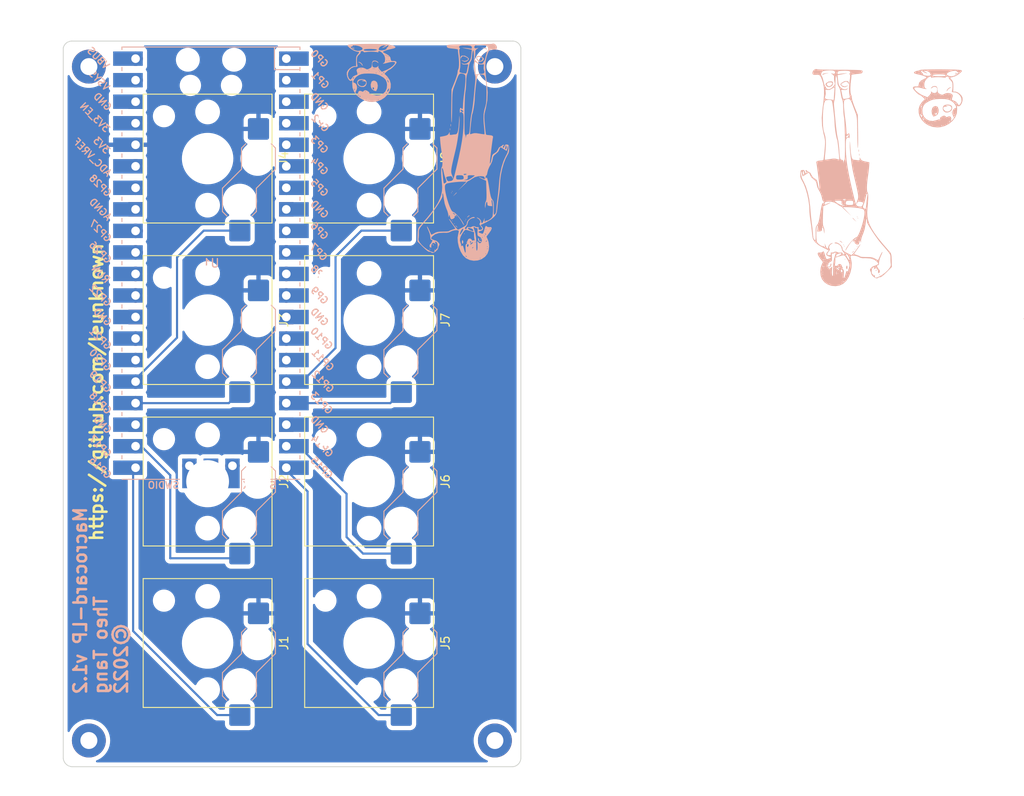
<source format=kicad_pcb>
(kicad_pcb (version 20211014) (generator pcbnew)
  (layers (0 "F.Cu" signal) (31 "B.Cu" signal) (34 "B.Paste" user) (35 "F.Paste" user) (36 "B.SilkS" user "B.Silkscreen") (37 "F.SilkS" user "F.Silkscreen") (38 "B.Mask" user) (39 "F.Mask" user) (44 "Edge.Cuts" user))
  (net 0 "")
  (net 16 "Out")
  (net 17 "Net-(J1-Pad2)")
  (net 19 "Net-(J2-Pad2)")
  (net 20 "Net-(J3-Pad2)")
  (net 21 "Net-(J4-Pad2)")
  (net 22 "Net-(J5-Pad2)")
  (net 24 "Net-(J7-Pad2)")
  (net 25 "Net-(J8-Pad2)")
  (net 36 "Net-(J6-Pad2)")
  (footprint "Switch_Keyboard_Hotswap_Kailh:SW_Hotswap_Kailh_Choc_V1V2" (layer "F.Cu") (at 85.6075 72.15 -90)
    (fp_text reference "J2" (at 0 -9 -90) (layer "F.SilkS"))
    (fp_text value "switch 2")
    (pad "" np_thru_hole circle locked (at 0 0 270) (size 5.05 5.05) (drill 5.05) (layers *.Cu *.Mask))
    (pad "" np_thru_hole circle locked (at -5 5.15 270) (size 1.6 1.6) (drill 1.6) (layers *.Cu *.Mask))
    (pad "" np_thru_hole circle locked (at -5 5.15 270) (size 1.6 1.6) (drill 1.6) (layers *.Cu *.Mask))
    (pad "" np_thru_hole circle locked (at 5.5 0 270) (size 1.9 1.9) (drill 1.9) (layers *.Cu *.Mask))
    (pad "" np_thru_hole circle locked (at 5 -3.8 270) (size 3.05 3.05) (drill 3.05) (layers *.Cu *.Mask))
    (pad "" np_thru_hole circle locked (at -5.5 0 270) (size 1.9 1.9) (drill 1.9) (layers *.Cu *.Mask))
    (pad "" np_thru_hole circle locked (at 0 -5.9 270) (size 3.05 3.05) (drill 3.05) (layers *.Cu *.Mask))
    (pad "1" smd roundrect locked (at -3.5 -6 270) (size 2.55 2.5) (layers "B.Cu" "B.Paste" "B.Mask") (roundrect_rratio 0.1) (net 16 "Out"))
    (pad "2" smd roundrect locked (at 8.5 -3.8 270) (size 2.55 2.5) (layers "B.Cu" "B.Paste" "B.Mask") (roundrect_rratio 0.1) (net 19 "Net-(J2-Pad2)"))
  )
  (footprint "Switch_Keyboard_Hotswap_Kailh:SW_Hotswap_Kailh_Choc_V1V2" (layer "F.Cu") (at 104.6575 72.15 -90)
    (fp_text reference "J6" (at 0 -9 -90) (layer "F.SilkS"))
    (fp_text value "switch 6")
    (pad "" np_thru_hole circle locked (at -5.5 0 270) (size 1.9 1.9) (drill 1.9) (layers *.Cu *.Mask))
    (pad "" np_thru_hole circle locked (at 5.5 0 270) (size 1.9 1.9) (drill 1.9) (layers *.Cu *.Mask))
    (pad "" np_thru_hole circle locked (at 0 -5.9 270) (size 3.05 3.05) (drill 3.05) (layers *.Cu *.Mask))
    (pad "" np_thru_hole circle locked (at -5 5.15 270) (size 1.6 1.6) (drill 1.6) (layers *.Cu *.Mask))
    (pad "" np_thru_hole circle locked (at -5 5.15 270) (size 1.6 1.6) (drill 1.6) (layers *.Cu *.Mask))
    (pad "" np_thru_hole circle locked (at 0 0 270) (size 5.05 5.05) (drill 5.05) (layers *.Cu *.Mask))
    (pad "" np_thru_hole circle locked (at 5 -3.8 270) (size 3.05 3.05) (drill 3.05) (layers *.Cu *.Mask))
    (pad "1" smd roundrect locked (at -3.5 -6 270) (size 2.55 2.5) (layers "B.Cu" "B.Paste" "B.Mask") (roundrect_rratio 0.1) (net 16 "Out"))
    (pad "2" smd roundrect locked (at 8.5 -3.8 270) (size 2.55 2.5) (layers "B.Cu" "B.Paste" "B.Mask") (roundrect_rratio 0.1) (net 36 "Net-(J6-Pad2)"))
  )
  (footprint "Switch_Keyboard_Hotswap_Kailh:SW_Hotswap_Kailh_Choc_V1V2" (layer "F.Cu") (at 104.6575 34.05 -90)
    (fp_text reference "J8" (at 0 -9 90) (layer "F.SilkS"))
    (fp_text value "switch 8")
    (pad "" np_thru_hole circle locked (at 0 0 270) (size 5.05 5.05) (drill 5.05) (layers *.Cu *.Mask))
    (pad "" np_thru_hole circle locked (at -5 5.15 270) (size 1.6 1.6) (drill 1.6) (layers *.Cu *.Mask))
    (pad "" np_thru_hole circle locked (at -5.5 0 270) (size 1.9 1.9) (drill 1.9) (layers *.Cu *.Mask))
    (pad "" np_thru_hole circle locked (at -5 5.15 270) (size 1.6 1.6) (drill 1.6) (layers *.Cu *.Mask))
    (pad "" np_thru_hole circle locked (at 5 -3.8 270) (size 3.05 3.05) (drill 3.05) (layers *.Cu *.Mask))
    (pad "" np_thru_hole circle locked (at 0 -5.9 270) (size 3.05 3.05) (drill 3.05) (layers *.Cu *.Mask))
    (pad "" np_thru_hole circle locked (at 5.5 0 270) (size 1.9 1.9) (drill 1.9) (layers *.Cu *.Mask))
    (pad "1" smd roundrect locked (at -3.5 -6 270) (size 2.55 2.5) (layers "B.Cu" "B.Paste" "B.Mask") (roundrect_rratio 0.1) (net 16 "Out"))
    (pad "2" smd roundrect locked (at 8.5 -3.8 270) (size 2.55 2.5) (layers "B.Cu" "B.Paste" "B.Mask") (roundrect_rratio 0.1) (net 25 "Net-(J8-Pad2)"))
  )
  (footprint "Switch_Keyboard_Hotswap_Kailh:SW_Hotswap_Kailh_Choc_V1V2" (layer "F.Cu") (at 85.6075 34.05 -90)
    (fp_text reference "J4" (at 0 -9 -90) (layer "F.SilkS"))
    (fp_text value "switch 4")
    (pad "" np_thru_hole circle locked (at -5 5.15 270) (size 1.6 1.6) (drill 1.6) (layers *.Cu *.Mask))
    (pad "" np_thru_hole circle locked (at 5.5 0 270) (size 1.9 1.9) (drill 1.9) (layers *.Cu *.Mask))
    (pad "" np_thru_hole circle locked (at -5.5 0 270) (size 1.9 1.9) (drill 1.9) (layers *.Cu *.Mask))
    (pad "" np_thru_hole circle locked (at 0 0 270) (size 5.05 5.05) (drill 5.05) (layers *.Cu *.Mask))
    (pad "" np_thru_hole circle locked (at -5 5.15 270) (size 1.6 1.6) (drill 1.6) (layers *.Cu *.Mask))
    (pad "" np_thru_hole circle locked (at 5 -3.8 270) (size 3.05 3.05) (drill 3.05) (layers *.Cu *.Mask))
    (pad "" np_thru_hole circle locked (at 0 -5.9 270) (size 3.05 3.05) (drill 3.05) (layers *.Cu *.Mask))
    (pad "1" smd roundrect locked (at -3.5 -6 270) (size 2.55 2.5) (layers "B.Cu" "B.Paste" "B.Mask") (roundrect_rratio 0.1) (net 16 "Out"))
    (pad "2" smd roundrect locked (at 8.5 -3.8 270) (size 2.55 2.5) (layers "B.Cu" "B.Paste" "B.Mask") (roundrect_rratio 0.1) (net 21 "Net-(J4-Pad2)"))
  )
  (footprint "Switch_Keyboard_Hotswap_Kailh:SW_Hotswap_Kailh_Choc_V1V2" (layer "F.Cu") (at 104.6575 91.2 -90)
    (fp_text reference "J5" (at 0 -9 -90) (layer "F.SilkS"))
    (fp_text value "switch 5")
    (pad "" np_thru_hole circle locked (at -5 5.15 270) (size 1.6 1.6) (drill 1.6) (layers *.Cu *.Mask))
    (pad "" np_thru_hole circle locked (at 0 -5.9 270) (size 3.05 3.05) (drill 3.05) (layers *.Cu *.Mask))
    (pad "" np_thru_hole circle locked (at 5 -3.8 270) (size 3.05 3.05) (drill 3.05) (layers *.Cu *.Mask))
    (pad "" np_thru_hole circle locked (at 0 0 270) (size 5.05 5.05) (drill 5.05) (layers *.Cu *.Mask))
    (pad "" np_thru_hole circle locked (at 5.5 0 270) (size 1.9 1.9) (drill 1.9) (layers *.Cu *.Mask))
    (pad "" np_thru_hole circle locked (at -5.5 0 270) (size 1.9 1.9) (drill 1.9) (layers *.Cu *.Mask))
    (pad "" np_thru_hole circle locked (at -5 5.15 270) (size 1.6 1.6) (drill 1.6) (layers *.Cu *.Mask))
    (pad "1" smd roundrect locked (at -3.5 -6 270) (size 2.55 2.5) (layers "B.Cu" "B.Paste" "B.Mask") (roundrect_rratio 0.1) (net 16 "Out"))
    (pad "2" smd roundrect locked (at 8.5 -3.8 270) (size 2.55 2.5) (layers "B.Cu" "B.Paste" "B.Mask") (roundrect_rratio 0.1) (net 22 "Net-(J5-Pad2)"))
  )
  (footprint "Switch_Keyboard_Hotswap_Kailh:SW_Hotswap_Kailh_Choc_V1V2" (layer "F.Cu") (at 85.6075 53.1 -90)
    (fp_text reference "J3" (at 0 -9 -90) (layer "F.SilkS"))
    (fp_text value "switch 3")
    (pad "" np_thru_hole circle locked (at 5 -3.8 270) (size 3.05 3.05) (drill 3.05) (layers *.Cu *.Mask))
    (pad "" np_thru_hole circle locked (at -5 5.15 270) (size 1.6 1.6) (drill 1.6) (layers *.Cu *.Mask))
    (pad "" np_thru_hole circle locked (at -5 5.15 270) (size 1.6 1.6) (drill 1.6) (layers *.Cu *.Mask))
    (pad "" np_thru_hole circle locked (at 0 0 270) (size 5.05 5.05) (drill 5.05) (layers *.Cu *.Mask))
    (pad "" np_thru_hole circle locked (at 5.5 0 270) (size 1.9 1.9) (drill 1.9) (layers *.Cu *.Mask))
    (pad "" np_thru_hole circle locked (at 0 -5.9 270) (size 3.05 3.05) (drill 3.05) (layers *.Cu *.Mask))
    (pad "" np_thru_hole circle locked (at -5.5 0 270) (size 1.9 1.9) (drill 1.9) (layers *.Cu *.Mask))
    (pad "1" smd roundrect locked (at -3.5 -6 270) (size 2.55 2.5) (layers "B.Cu" "B.Paste" "B.Mask") (roundrect_rratio 0.1) (net 16 "Out"))
    (pad "2" smd roundrect locked (at 8.5 -3.8 270) (size 2.55 2.5) (layers "B.Cu" "B.Paste" "B.Mask") (roundrect_rratio 0.1) (net 20 "Net-(J3-Pad2)"))
  )
  (footprint "Switch_Keyboard_Hotswap_Kailh:SW_Hotswap_Kailh_Choc_V1V2" (layer "F.Cu") (at 85.6075 91.2 -90)
    (fp_text reference "J1" (at 0 -9 -90) (layer "F.SilkS"))
    (fp_text value "switch 1")
    (pad "" np_thru_hole circle locked (at -5.5 0 270) (size 1.9 1.9) (drill 1.9) (layers *.Cu *.Mask))
    (pad "" np_thru_hole circle locked (at 5.5 0 270) (size 1.9 1.9) (drill 1.9) (layers *.Cu *.Mask))
    (pad "" np_thru_hole circle locked (at 0 -5.9 270) (size 3.05 3.05) (drill 3.05) (layers *.Cu *.Mask))
    (pad "" np_thru_hole circle locked (at 5 -3.8 270) (size 3.05 3.05) (drill 3.05) (layers *.Cu *.Mask))
    (pad "" np_thru_hole circle locked (at 0 0 270) (size 5.05 5.05) (drill 5.05) (layers *.Cu *.Mask))
    (pad "" np_thru_hole circle locked (at -5 5.15 270) (size 1.6 1.6) (drill 1.6) (layers *.Cu *.Mask))
    (pad "" np_thru_hole circle locked (at -5 5.15 270) (size 1.6 1.6) (drill 1.6) (layers *.Cu *.Mask))
    (pad "1" smd roundrect locked (at -3.5 -6 270) (size 2.55 2.5) (layers "B.Cu" "B.Paste" "B.Mask") (roundrect_rratio 0.1) (net 16 "Out"))
    (pad "2" smd roundrect locked (at 8.5 -3.8 270) (size 2.55 2.5) (layers "B.Cu" "B.Paste" "B.Mask") (roundrect_rratio 0.1) (net 17 "Net-(J1-Pad2)"))
  )
  (footprint "Switch_Keyboard_Hotswap_Kailh:SW_Hotswap_Kailh_Choc_V1V2" (layer "F.Cu") (at 104.6575 53.1 -90)
    (fp_text reference "J7" (at 0 -9 90) (layer "F.SilkS"))
    (fp_text value "switch 7")
    (pad "" np_thru_hole circle locked (at 5 -3.8 270) (size 3.05 3.05) (drill 3.05) (layers *.Cu *.Mask))
    (pad "" np_thru_hole circle locked (at -5 5.15 270) (size 1.6 1.6) (drill 1.6) (layers *.Cu *.Mask))
    (pad "" np_thru_hole circle locked (at 0 -5.9 270) (size 3.05 3.05) (drill 3.05) (layers *.Cu *.Mask))
    (pad "" np_thru_hole circle locked (at -5 5.15 270) (size 1.6 1.6) (drill 1.6) (layers *.Cu *.Mask))
    (pad "" np_thru_hole circle locked (at 0 0 270) (size 5.05 5.05) (drill 5.05) (layers *.Cu *.Mask))
    (pad "" np_thru_hole circle locked (at 5.5 0 270) (size 1.9 1.9) (drill 1.9) (layers *.Cu *.Mask))
    (pad "" np_thru_hole circle locked (at -5.5 0 270) (size 1.9 1.9) (drill 1.9) (layers *.Cu *.Mask))
    (pad "1" smd roundrect locked (at -3.5 -6 270) (size 2.55 2.5) (layers "B.Cu" "B.Paste" "B.Mask") (roundrect_rratio 0.1) (net 16 "Out"))
    (pad "2" smd roundrect locked (at 8.5 -3.8 270) (size 2.55 2.5) (layers "B.Cu" "B.Paste" "B.Mask") (roundrect_rratio 0.1) (net 24 "Net-(J7-Pad2)"))
  )
  (footprint "MCU_RaspberryPi_and_Boards:RPi_Pico_SMD_TH" (layer "B.Cu") (at 86 46.39 180)
    (fp_text reference "U1" (at 0 0) (layer "B.SilkS") (effects (justify mirror)))
    (fp_text value "Pico")
    (fp_text user "SWDIO" (at 5.6 -26.2) (layer "B.SilkS") (effects (font (size 0.8 0.8)) (justify mirror)))
    (fp_text user "GND" (at -12.8 -6.35 135) (layer "B.SilkS") (effects (font (size 0.8 0.8)) (justify mirror)))
    (fp_text user "3V3" (at 12.9 13.9 135) (layer "B.SilkS") (effects (font (size 0.8 0.8)) (justify mirror)))
    (fp_text user "GP10" (at -13.054 -8.89 135) (layer "B.SilkS") (effects (font (size 0.8 0.8)) (justify mirror)))
    (fp_text user "GP1" (at -12.9 21.6 135) (layer "B.SilkS") (effects (font (size 0.8 0.8)) (justify mirror)))
    (fp_text user "GP6" (at -12.8 3.81 135) (layer "B.SilkS") (effects (font (size 0.8 0.8)) (justify mirror)))
    (fp_text user "GP4" (at -12.8 11.43 135) (layer "B.SilkS") (effects (font (size 0.8 0.8)) (justify mirror)))
    (fp_text user "AGND" (at 13.054 6.35 135) (layer "B.SilkS") (effects (font (size 0.8 0.8)) (justify mirror)))
    (fp_text user "GP12" (at -13.2 -13.97 135) (layer "B.SilkS") (effects (font (size 0.8 0.8)) (justify mirror)))
    (fp_text user "GP14" (at -13.1 -21.59 135) (layer "B.SilkS") (effects (font (size 0.8 0.8)) (justify mirror)))
    (fp_text user "GND" (at 12.8 -6.35 135) (layer "B.SilkS") (effects (font (size 0.8 0.8)) (justify mirror)))
    (fp_text user "GND" (at -12.8 19.05 135) (layer "B.SilkS") (effects (font (size 0.8 0.8)) (justify mirror)))
    (fp_text user "GP19" (at 13.054 -13.97 135) (layer "B.SilkS") (effects (font (size 0.8 0.8)) (justify mirror)))
    (fp_text user "3V3_EN" (at 13.7 17.2 135) (layer "B.SilkS") (effects (font (size 0.8 0.8)) (justify mirror)))
    (fp_text user "GP26" (at 13.054 1.27 135) (layer "B.SilkS") (effects (font (size 0.8 0.8)) (justify mirror)))
    (fp_text user "GP16" (at 13.054 -24.13 135) (layer "B.SilkS") (effects (font (size 0.8 0.8)) (justify mirror)))
    (fp_text user "GP9" (at -12.8 -3.81 135) (layer "B.SilkS") (effects (font (size 0.8 0.8)) (justify mirror)))
    (fp_text user "GP27" (at 13.054 3.8 135) (layer "B.SilkS") (effects (font (size 0.8 0.8)) (justify mirror)))
    (fp_text user "GP18" (at 13.054 -16.51 135) (layer "B.SilkS") (effects (font (size 0.8 0.8)) (justify mirror)))
    (fp_text user "GP0" (at -12.8 24.13 135) (layer "B.SilkS") (effects (font (size 0.8 0.8)) (justify mirror)))
    (fp_text user "GP5" (at -12.8 8.89 135) (layer "B.SilkS") (effects (font (size 0.8 0.8)) (justify mirror)))
    (fp_text user "VBUS" (at 13.3 24.2 135) (layer "B.SilkS") (effects (font (size 0.8 0.8)) (justify mirror)))
    (fp_text user "VSYS" (at 13.2 21.59 135) (layer "B.SilkS") (effects (font (size 0.8 0.8)) (justify mirror)))
    (fp_text user "GND" (at -12.8 6.35 135) (layer "B.SilkS") (effects (font (size 0.8 0.8)) (justify mirror)))
    (fp_text user "GP11" (at -13.2 -11.43 135) (layer "B.SilkS") (effects (font (size 0.8 0.8)) (justify mirror)))
    (fp_text user "SWCLK" (at -5.7 -26.2) (layer "B.SilkS") (effects (font (size 0.8 0.8)) (justify mirror)))
    (fp_text user "GP7" (at -12.7 1.3 135) (layer "B.SilkS") (effects (font (size 0.8 0.8)) (justify mirror)))
    (fp_text user "GND" (at 12.8 -19.05 135) (layer "B.SilkS") (effects (font (size 0.8 0.8)) (justify mirror)))
    (fp_text user "GND" (at -12.8 -19.05 135) (layer "B.SilkS") (effects (font (size 0.8 0.8)) (justify mirror)))
    (fp_text user "GP8" (at -12.8 -1.27 135) (layer "B.SilkS") (effects (font (size 0.8 0.8)) (justify mirror)))
    (fp_text user "GND" (at 12.8 19.05 135) (layer "B.SilkS") (effects (font (size 0.8 0.8)) (justify mirror)))
    (fp_text user "GP17" (at 13.054 -21.59 135) (layer "B.SilkS") (effects (font (size 0.8 0.8)) (justify mirror)))
    (fp_text user "GP13" (at -13.054 -16.51 135) (layer "B.SilkS") (effects (font (size 0.8 0.8)) (justify mirror)))
    (fp_text user "GP3" (at -12.8 13.97 135) (layer "B.SilkS") (effects (font (size 0.8 0.8)) (justify mirror)))
    (fp_text user "RUN" (at 13 -1.27 135) (layer "B.SilkS") (effects (font (size 0.8 0.8)) (justify mirror)))
    (fp_text user "GP28" (at 13.054 9.144 135) (layer "B.SilkS") (effects (font (size 0.8 0.8)) (justify mirror)))
    (fp_text user "GP2" (at -12.9 16.51 135) (layer "B.SilkS") (effects (font (size 0.8 0.8)) (justify mirror)))
    (fp_text user "GP20" (at 13.054 -11.43 135) (layer "B.SilkS") (effects (font (size 0.8 0.8)) (justify mirror)))
    (fp_text user "GP15" (at -13.054 -24.13 135) (layer "B.SilkS") (effects (font (size 0.8 0.8)) (justify mirror)))
    (fp_text user "GP22" (at 13.054 -3.81 135) (layer "B.SilkS") (effects (font (size 0.8 0.8)) (justify mirror)))
    (fp_text user "ADC_VREF" (at 14 12.5 135) (layer "B.SilkS") (effects (font (size 0.8 0.8)) (justify mirror)))
    (fp_text user "GP21" (at 13.054 -8.9 135) (layer "B.SilkS") (effects (font (size 0.8 0.8)) (justify mirror)))
    (pad "" np_thru_hole oval (at 2.725 24 180) (size 1.8 1.8) (drill 1.8) (layers *.Cu *.Mask))
    (pad "" np_thru_hole oval (at -2.725 24 180) (size 1.8 1.8) (drill 1.8) (layers *.Cu *.Mask))
    (pad "" np_thru_hole oval (at 2.425 20.97 180) (size 1.5 1.5) (drill 1.5) (layers *.Cu *.Mask))
    (pad "" np_thru_hole oval (at -2.425 20.97 180) (size 1.5 1.5) (drill 1.5) (layers *.Cu *.Mask))
    (pad "1" thru_hole oval (at -8.89 24.13 180) (size 1.7 1.7) (drill 1.02) (layers *.Cu *.Mask))
    (pad "1" smd rect (at -8.89 24.13 180) (size 3.5 1.7) (drill (offset -0.9 0)) (layers "B.Cu" "B.Mask"))
    (pad "2" thru_hole oval (at -8.89 21.59 180) (size 1.7 1.7) (drill 1.02) (layers *.Cu *.Mask))
    (pad "2" smd rect (at -8.89 21.59 180) (size 3.5 1.7) (drill (offset -0.9 0)) (layers "B.Cu" "B.Mask"))
    (pad "3" smd rect (at -8.89 19.05 180) (size 3.5 1.7) (drill (offset -0.9 0)) (layers "B.Cu" "B.Mask"))
    (pad "3" thru_hole rect (at -8.89 19.05 180) (size 1.7 1.7) (drill 1.02) (layers *.Cu *.Mask))
    (pad "4" smd rect (at -8.89 16.51 180) (size 3.5 1.7) (drill (offset -0.9 0)) (layers "B.Cu" "B.Mask"))
    (pad "4" thru_hole oval (at -8.89 16.51 180) (size 1.7 1.7) (drill 1.02) (layers *.Cu *.Mask))
    (pad "5" smd rect (at -8.89 13.97 180) (size 3.5 1.7) (drill (offset -0.9 0)) (layers "B.Cu" "B.Mask"))
    (pad "5" thru_hole oval (at -8.89 13.97 180) (size 1.7 1.7) (drill 1.02) (layers *.Cu *.Mask))
    (pad "6" thru_hole oval (at -8.89 11.43 180) (size 1.7 1.7) (drill 1.02) (layers *.Cu *.Mask))
    (pad "6" smd rect (at -8.89 11.43 180) (size 3.5 1.7) (drill (offset -0.9 0)) (layers "B.Cu" "B.Mask"))
    (pad "7" thru_hole oval (at -8.89 8.89 180) (size 1.7 1.7) (drill 1.02) (layers *.Cu *.Mask))
    (pad "7" smd rect (at -8.89 8.89 180) (size 3.5 1.7) (drill (offset -0.9 0)) (layers "B.Cu" "B.Mask"))
    (pad "8" thru_hole rect (at -8.89 6.35 180) (size 1.7 1.7) (drill 1.02) (layers *.Cu *.Mask))
    (pad "8" smd rect (at -8.89 6.35 180) (size 3.5 1.7) (drill (offset -0.9 0)) (layers "B.Cu" "B.Mask"))
    (pad "9" smd rect (at -8.89 3.81 180) (size 3.5 1.7) (drill (offset -0.9 0)) (layers "B.Cu" "B.Mask"))
    (pad "9" thru_hole oval (at -8.89 3.81 180) (size 1.7 1.7) (drill 1.02) (layers *.Cu *.Mask))
    (pad "10" smd rect (at -8.89 1.27 180) (size 3.5 1.7) (drill (offset -0.9 0)) (layers "B.Cu" "B.Mask"))
    (pad "10" thru_hole oval (at -8.89 1.27 180) (size 1.7 1.7) (drill 1.02) (layers *.Cu *.Mask))
    (pad "11" thru_hole oval (at -8.89 -1.27 180) (size 1.7 1.7) (drill 1.02) (layers *.Cu *.Mask))
    (pad "11" smd rect (at -8.89 -1.27 180) (size 3.5 1.7) (drill (offset -0.9 0)) (layers "B.Cu" "B.Mask"))
    (pad "12" smd rect (at -8.89 -3.81 180) (size 3.5 1.7) (drill (offset -0.9 0)) (layers "B.Cu" "B.Mask"))
    (pad "12" thru_hole oval (at -8.89 -3.81 180) (size 1.7 1.7) (drill 1.02) (layers *.Cu *.Mask))
    (pad "13" thru_hole rect (at -8.89 -6.35 180) (size 1.7 1.7) (drill 1.02) (layers *.Cu *.Mask))
    (pad "13" smd rect (at -8.89 -6.35 180) (size 3.5 1.7) (drill (offset -0.9 0)) (layers "B.Cu" "B.Mask"))
    (pad "14" thru_hole oval (at -8.89 -8.89 180) (size 1.7 1.7) (drill 1.02) (layers *.Cu *.Mask))
    (pad "14" smd rect (at -8.89 -8.89 180) (size 3.5 1.7) (drill (offset -0.9 0)) (layers "B.Cu" "B.Mask"))
    (pad "15" thru_hole oval (at -8.89 -11.43 180) (size 1.7 1.7) (drill 1.02) (layers *.Cu *.Mask))
    (pad "15" smd rect (at -8.89 -11.43 180) (size 3.5 1.7) (drill (offset -0.9 0)) (layers "B.Cu" "B.Mask"))
    (pad "16" thru_hole oval (at -8.89 -13.97 180) (size 1.7 1.7) (drill 1.02) (layers *.Cu *.Mask) (net 25 "Net-(J8-Pad2)"))
    (pad "16" smd rect (at -8.89 -13.97 180) (size 3.5 1.7) (drill (offset -0.9 0)) (layers "B.Cu" "B.Mask") (net 25 "Net-(J8-Pad2)"))
    (pad "17" smd rect (at -8.89 -16.51 180) (size 3.5 1.7) (drill (offset -0.9 0)) (layers "B.Cu" "B.Mask") (net 24 "Net-(J7-Pad2)"))
    (pad "17" thru_hole oval (at -8.89 -16.51 180) (size 1.7 1.7) (drill 1.02) (layers *.Cu *.Mask) (net 24 "Net-(J7-Pad2)"))
    (pad "18" smd rect (at -8.89 -19.05 180) (size 3.5 1.7) (drill (offset -0.9 0)) (layers "B.Cu" "B.Mask"))
    (pad "18" thru_hole rect (at -8.89 -19.05 180) (size 1.7 1.7) (drill 1.02) (layers *.Cu *.Mask))
    (pad "19" thru_hole oval (at -8.89 -21.59 180) (size 1.7 1.7) (drill 1.02) (layers *.Cu *.Mask) (net 36 "Net-(J6-Pad2)"))
    (pad "19" smd rect (at -8.89 -21.59 180) (size 3.5 1.7) (drill (offset -0.9 0)) (layers "B.Cu" "B.Mask") (net 36 "Net-(J6-Pad2)"))
    (pad "20" smd rect (at -8.89 -24.13 180) (size 3.5 1.7) (drill (offset -0.9 0)) (layers "B.Cu" "B.Mask") (net 22 "Net-(J5-Pad2)"))
    (pad "20" thru_hole oval (at -8.89 -24.13 180) (size 1.7 1.7) (drill 1.02) (layers *.Cu *.Mask) (net 22 "Net-(J5-Pad2)"))
    (pad "21" thru_hole oval (at 8.89 -24.13 180) (size 1.7 1.7) (drill 1.02) (layers *.Cu *.Mask) (net 17 "Net-(J1-Pad2)"))
    (pad "21" smd rect (at 8.89 -24.13 180) (size 3.5 1.7) (drill (offset 0.9 0)) (layers "B.Cu" "B.Mask") (net 17 "Net-(J1-Pad2)"))
    (pad "22" thru_hole oval (at 8.89 -21.59 180) (size 1.7 1.7) (drill 1.02) (layers *.Cu *.Mask) (net 19 "Net-(J2-Pad2)"))
    (pad "22" smd rect (at 8.89 -21.59 180) (size 3.5 1.7) (drill (offset 0.9 0)) (layers "B.Cu" "B.Mask") (net 19 "Net-(J2-Pad2)"))
    (pad "23" smd rect (at 8.89 -19.05 180) (size 3.5 1.7) (drill (offset 0.9 0)) (layers "B.Cu" "B.Mask"))
    (pad "23" thru_hole rect (at 8.89 -19.05 180) (size 1.7 1.7) (drill 1.02) (layers *.Cu *.Mask))
    (pad "24" thru_hole oval (at 8.89 -16.51 180) (size 1.7 1.7) (drill 1.02) (layers *.Cu *.Mask) (net 20 "Net-(J3-Pad2)"))
    (pad "24" smd rect (at 8.89 -16.51 180) (size 3.5 1.7) (drill (offset 0.9 0)) (layers "B.Cu" "B.Mask") (net 20 "Net-(J3-Pad2)"))
    (pad "25" thru_hole oval (at 8.89 -13.97 180) (size 1.7 1.7) (drill 1.02) (layers *.Cu *.Mask) (net 21 "Net-(J4-Pad2)"))
    (pad "25" smd rect (at 8.89 -13.97 180) (size 3.5 1.7) (drill (offset 0.9 0)) (layers "B.Cu" "B.Mask") (net 21 "Net-(J4-Pad2)"))
    (pad "26" thru_hole oval (at 8.89 -11.43 180) (size 1.7 1.7) (drill 1.02) (layers *.Cu *.Mask))
    (pad "26" smd rect (at 8.89 -11.43 180) (size 3.5 1.7) (drill (offset 0.9 0)) (layers "B.Cu" "B.Mask"))
    (pad "27" smd rect (at 8.89 -8.89 180) (size 3.5 1.7) (drill (offset 0.9 0)) (layers "B.Cu" "B.Mask"))
    (pad "27" thru_hole oval (at 8.89 -8.89 180) (size 1.7 1.7) (drill 1.02) (layers *.Cu *.Mask))
    (pad "28" thru_hole rect (at 8.89 -6.35 180) (size 1.7 1.7) (drill 1.02) (layers *.Cu *.Mask))
    (pad "28" smd rect (at 8.89 -6.35 180) (size 3.5 1.7) (drill (offset 0.9 0)) (layers "B.Cu" "B.Mask"))
    (pad "29" smd rect (at 8.89 -3.81 180) (size 3.5 1.7) (drill (offset 0.9 0)) (layers "B.Cu" "B.Mask"))
    (pad "29" thru_hole oval (at 8.89 -3.81 180) (size 1.7 1.7) (drill 1.02) (layers *.Cu *.Mask))
    (pad "30" thru_hole oval (at 8.89 -1.27 180) (size 1.7 1.7) (drill 1.02) (layers *.Cu *.Mask))
    (pad "30" smd rect (at 8.89 -1.27 180) (size 3.5 1.7) (drill (offset 0.9 0)) (layers "B.Cu" "B.Mask"))
    (pad "31" thru_hole oval (at 8.89 1.27 180) (size 1.7 1.7) (drill 1.02) (layers *.Cu *.Mask))
    (pad "31" smd rect (at 8.89 1.27 180) (size 3.5 1.7) (drill (offset 0.9 0)) (layers "B.Cu" "B.Mask"))
    (pad "32" smd rect (at 8.89 3.81 180) (size 3.5 1.7) (drill (offset 0.9 0)) (layers "B.Cu" "B.Mask"))
    (pad "32" thru_hole oval (at 8.89 3.81 180) (size 1.7 1.7) (drill 1.02) (layers *.Cu *.Mask))
    (pad "33" smd rect (at 8.89 6.35 180) (size 3.5 1.7) (drill (offset 0.9 0)) (layers "B.Cu" "B.Mask"))
    (pad "33" thru_hole rect (at 8.89 6.35 180) (size 1.7 1.7) (drill 1.02) (layers *.Cu *.Mask))
    (pad "34" thru_hole oval (at 8.89 8.89 180) (size 1.7 1.7) (drill 1.02) (layers *.Cu *.Mask))
    (pad "34" smd rect (at 8.89 8.89 180) (size 3.5 1.7) (drill (offset 0.9 0)) (layers "B.Cu" "B.Mask"))
    (pad "35" thru_hole oval (at 8.89 11.43 180) (size 1.7 1.7) (drill 1.02) (layers *.Cu *.Mask))
    (pad "35" smd rect (at 8.89 11.43 180) (size 3.5 1.7) (drill (offset 0.9 0)) (layers "B.Cu" "B.Mask"))
    (pad "36" thru_hole oval (at 8.89 13.97 180) (size 1.7 1.7) (drill 1.02) (layers *.Cu *.Mask) (net 16 "Out"))
    (pad "36" smd rect (at 8.89 13.97 180) (size 3.5 1.7) (drill (offset 0.9 0)) (layers "B.Cu" "B.Mask") (net 16 "Out"))
    (pad "37" smd rect (at 8.89 16.51 180) (size 3.5 1.7) (drill (offset 0.9 0)) (layers "B.Cu" "B.Mask"))
    (pad "37" thru_hole oval (at 8.89 16.51 180) (size 1.7 1.7) (drill 1.02) (layers *.Cu *.Mask))
    (pad "38" smd rect (at 8.89 19.05 180) (size 3.5 1.7) (drill (offset 0.9 0)) (layers "B.Cu" "B.Mask"))
    (pad "38" thru_hole rect (at 8.89 19.05 180) (size 1.7 1.7) (drill 1.02) (layers *.Cu *.Mask))
    (pad "39" smd rect (at 8.89 21.59 180) (size 3.5 1.7) (drill (offset 0.9 0)) (layers "B.Cu" "B.Mask"))
    (pad "39" thru_hole oval (at 8.89 21.59 180) (size 1.7 1.7) (drill 1.02) (layers *.Cu *.Mask))
    (pad "40" thru_hole oval (at 8.89 24.13 180) (size 1.7 1.7) (drill 1.02) (layers *.Cu *.Mask))
    (pad "40" smd rect (at 8.89 24.13 180) (size 3.5 1.7) (drill (offset 0.9 0)) (layers "B.Cu" "B.Mask"))
    (pad "41" thru_hole oval (at -2.54 -23.9 180) (size 1.7 1.7) (drill 1.02) (layers *.Cu *.Mask))
    (pad "41" smd rect (at -2.54 -23.9 90) (size 3.5 1.7) (drill (offset -0.9 0)) (layers "B.Cu" "B.Mask"))
    (pad "42" thru_hole rect (at 0 -23.9 180) (size 1.7 1.7) (drill 1.02) (layers *.Cu *.Mask))
    (pad "42" smd rect (at 0 -23.9 90) (size 3.5 1.7) (drill (offset -0.9 0)) (layers "B.Cu" "B.Mask"))
    (pad "43" smd rect (at 2.54 -23.9 90) (size 3.5 1.7) (drill (offset -0.9 0)) (layers "B.Cu" "B.Mask"))
    (pad "43" thru_hole oval (at 2.54 -23.9 180) (size 1.7 1.7) (drill 1.02) (layers *.Cu *.Mask))
  )
  (footprint "Library:piplup" (layer "B.Cu") (at 111.2 36.1)
    (fp_text reference "G***" hide)
    (fp_text value "LOGO" hide)
  )
  (footprint "Library:piplup mirrored" (layer "B.Cu") (at 165.5 39.1)
    (fp_text reference "G***" hide)
    (fp_text value "LOGO" hide)
  )
  (gr_arc (start 69.58 105.79) (mid 68.907911 105.482014) (end 68.58 104.819419) (layer "Edge.Cuts") (width 0.1))
  (gr_line (start 122.56 104.79) (end 122.56 21) (layer "Edge.Cuts") (width 0.1))
  (gr_line (start 69.58 105.79) (end 121.62 105.79) (layer "Edge.Cuts") (width 0.1))
  (gr_arc (start 121.62 20.19) (mid 122.238578 20.422576) (end 122.56 21) (layer "Edge.Cuts") (width 0.1))
  (gr_line (start 68.58 21) (end 68.58 104.819419) (layer "Edge.Cuts") (width 0.1))
  (gr_arc (start 68.58 21) (mid 68.93944 20.42147) (end 69.58 20.19) (layer "Edge.Cuts") (width 0.1))
  (gr_line (start 121.62 20.19) (end 69.58 20.19) (layer "Edge.Cuts") (width 0.1))
  (gr_arc (start 122.56 104.79) (mid 122.276942 105.465726) (end 121.62 105.79) (layer "Edge.Cuts") (width 0.1))
  (gr_text "Macrocard-LP v1.2\nTheo Tang\n©2022" (at 73 97.4 90) (layer "B.SilkS") (effects (font (size 1.5 1.5) (thickness 0.3)) (justify right mirror)))
  (gr_text "https://github.com/leunknown" (at 72.5 61.6 90) (layer "F.SilkS") (effects (font (size 1.5 1.5) (thickness 0.3))))
  (via (at 71.6 23.2) (size 4) (drill 2) (layers "F.Cu" "B.Cu") (net 0))
  (via (at 71.6 102.7) (size 4) (drill 2) (layers "F.Cu" "B.Cu") (net 0))
  (via (at 119.5 102.7) (size 4) (drill 2) (layers "F.Cu" "B.Cu") (net 0))
  (via (at 119.5 23.2) (size 4) (drill 2) (layers "F.Cu" "B.Cu") (net 0))
  (segment (start 86.734343 99.7) (end 89.4075 99.7) (width 0.25) (layer "B.Cu") (net 17))
  (segment (start 76.82 89.785657) (end 86.734343 99.7) (width 0.25) (layer "B.Cu") (net 17))
  (segment (start 76.82 70.52) (end 76.82 89.785657) (width 0.25) (layer "B.Cu") (net 17))
  (segment (start 81.2 81.2) (end 88.8575 81.2) (width 0.25) (layer "B.Cu") (net 19))
  (segment (start 81.2 71.4) (end 81.2 81.2) (width 0.25) (layer "B.Cu") (net 19))
  (segment (start 76.82 67.98) (end 77.78 67.98) (width 0.25) (layer "B.Cu") (net 19))
  (segment (start 77.78 67.98) (end 81.2 71.4) (width 0.25) (layer "B.Cu") (net 19))
  (segment (start 88.8575 81.2) (end 89.4075 80.65) (width 0.25) (layer "B.Cu") (net 19))
  (segment (start 88.1075 62.9) (end 89.4075 61.6) (width 0.25) (layer "B.Cu") (net 20))
  (segment (start 76.82 62.9) (end 88.1075 62.9) (width 0.25) (layer "B.Cu") (net 20))
  (segment (start 77.21 60.42) (end 77.24 60.45) (width 0.25) (layer "B.Cu") (net 21))
  (segment (start 85.15 42.55) (end 89.4075 42.55) (width 0.25) (layer "B.Cu") (net 21))
  (segment (start 82 45.7) (end 85.15 42.55) (width 0.25) (layer "B.Cu") (net 21))
  (segment (start 82 55.18) (end 82 45.7) (width 0.25) (layer "B.Cu") (net 21))
  (segment (start 76.82 60.36) (end 82 55.18) (width 0.25) (layer "B.Cu") (net 21))
  (segment (start 94.6 70.52) (end 97.4 73.32) (width 0.25) (layer "B.Cu") (net 22))
  (segment (start 105.784343 99.7) (end 108.4575 99.7) (width 0.25) (layer "B.Cu") (net 22))
  (segment (start 97.4 73.32) (end 97.4 91.315657) (width 0.25) (layer "B.Cu") (net 22))
  (segment (start 97.4 91.315657) (end 105.784343 99.7) (width 0.25) (layer "B.Cu") (net 22))
  (segment (start 94.6 62.9) (end 107.1575 62.9) (width 0.25) (layer "B.Cu") (net 24))
  (segment (start 107.1575 62.9) (end 108.4575 61.6) (width 0.25) (layer "B.Cu") (net 24))
  (segment (start 94.99 60.42) (end 96.599022 60.42) (width 0.25) (layer "B.Cu") (net 25))
  (segment (start 94.6 60.36) (end 96.74 60.36) (width 0.25) (layer "B.Cu") (net 25))
  (segment (start 100.7 56.4) (end 100.7 45.6) (width 0.25) (layer "B.Cu") (net 25))
  (segment (start 100.7 45.6) (end 103.75 42.55) (width 0.25) (layer "B.Cu") (net 25))
  (segment (start 103.75 42.55) (end 108.4575 42.55) (width 0.25) (layer "B.Cu") (net 25))
  (segment (start 96.74 60.36) (end 100.7 56.4) (width 0.25) (layer "B.Cu") (net 25))
  (segment (start 103.95 80.65) (end 108.4575 80.65) (width 0.25) (layer "B.Cu") (net 36))
  (segment (start 96.38 67.98) (end 102 73.6) (width 0.25) (layer "B.Cu") (net 36))
  (segment (start 94.6 67.98) (end 96.38 67.98) (width 0.25) (layer "B.Cu") (net 36))
  (segment (start 102 78.7) (end 103.95 80.65) (width 0.25) (layer "B.Cu") (net 36))
  (segment (start 94.99 68.04) (end 96.599022 68.04) (width 0.25) (layer "B.Cu") (net 36))
  (segment (start 102 73.6) (end 102 78.7) (width 0.25) (layer "B.Cu") (net 36))
  (zone (net 16) (net_name "Out") (layer "B.Cu") (connect_pads (clearance 0.508)) (min_thickness 0.254) (fill yes (thermal_gap 0.508) (thermal_bridge_width 0.508))
    (polygon (pts (xy 124.1 107.2) (xy 67.3 107.7) (xy 67 19.7) (xy 123.6 19.2)))
  )
)
</source>
